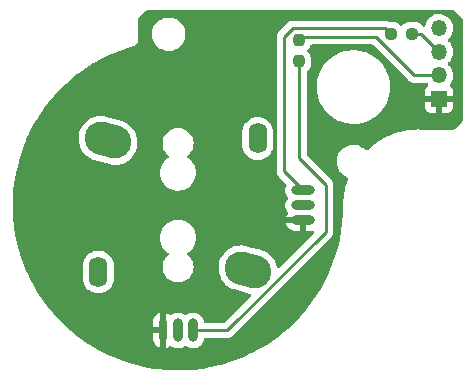
<source format=gtl>
%TF.GenerationSoftware,KiCad,Pcbnew,(6.0.1)*%
%TF.CreationDate,2022-03-21T17:48:04-07:00*%
%TF.ProjectId,CStick,43537469-636b-42e6-9b69-6361645f7063,rev?*%
%TF.SameCoordinates,Original*%
%TF.FileFunction,Copper,L1,Top*%
%TF.FilePolarity,Positive*%
%FSLAX46Y46*%
G04 Gerber Fmt 4.6, Leading zero omitted, Abs format (unit mm)*
G04 Created by KiCad (PCBNEW (6.0.1)) date 2022-03-21 17:48:04*
%MOMM*%
%LPD*%
G01*
G04 APERTURE LIST*
G04 Aperture macros list*
%AMRoundRect*
0 Rectangle with rounded corners*
0 $1 Rounding radius*
0 $2 $3 $4 $5 $6 $7 $8 $9 X,Y pos of 4 corners*
0 Add a 4 corners polygon primitive as box body*
4,1,4,$2,$3,$4,$5,$6,$7,$8,$9,$2,$3,0*
0 Add four circle primitives for the rounded corners*
1,1,$1+$1,$2,$3*
1,1,$1+$1,$4,$5*
1,1,$1+$1,$6,$7*
1,1,$1+$1,$8,$9*
0 Add four rect primitives between the rounded corners*
20,1,$1+$1,$2,$3,$4,$5,0*
20,1,$1+$1,$4,$5,$6,$7,0*
20,1,$1+$1,$6,$7,$8,$9,0*
20,1,$1+$1,$8,$9,$2,$3,0*%
%AMHorizOval*
0 Thick line with rounded ends*
0 $1 width*
0 $2 $3 position (X,Y) of the first rounded end (center of the circle)*
0 $4 $5 position (X,Y) of the second rounded end (center of the circle)*
0 Add line between two ends*
20,1,$1,$2,$3,$4,$5,0*
0 Add two circle primitives to create the rounded ends*
1,1,$1,$2,$3*
1,1,$1,$4,$5*%
G04 Aperture macros list end*
%TA.AperFunction,SMDPad,CuDef*%
%ADD10RoundRect,0.237500X-0.237500X0.250000X-0.237500X-0.250000X0.237500X-0.250000X0.237500X0.250000X0*%
%TD*%
%TA.AperFunction,SMDPad,CuDef*%
%ADD11RoundRect,0.237500X0.250000X0.237500X-0.250000X0.237500X-0.250000X-0.237500X0.250000X-0.237500X0*%
%TD*%
%TA.AperFunction,ComponentPad*%
%ADD12R,1.350000X1.350000*%
%TD*%
%TA.AperFunction,ComponentPad*%
%ADD13O,1.350000X1.350000*%
%TD*%
%TA.AperFunction,ComponentPad*%
%ADD14O,1.600000X2.600000*%
%TD*%
%TA.AperFunction,ComponentPad*%
%ADD15HorizOval,2.800000X-0.577898X0.161352X0.577898X-0.161352X0*%
%TD*%
%TA.AperFunction,ComponentPad*%
%ADD16O,0.700000X2.000000*%
%TD*%
%TA.AperFunction,ComponentPad*%
%ADD17O,0.800000X2.000000*%
%TD*%
%TA.AperFunction,ComponentPad*%
%ADD18O,2.000000X0.800000*%
%TD*%
%TA.AperFunction,Conductor*%
%ADD19C,0.250000*%
%TD*%
G04 APERTURE END LIST*
D10*
X160250000Y-86000000D03*
X160250000Y-87825000D03*
D11*
X169825000Y-85500000D03*
X168000000Y-85500000D03*
D12*
X172100000Y-91000000D03*
D13*
X172100000Y-89000000D03*
X172100000Y-87000000D03*
X172100000Y-85000000D03*
D14*
X143250000Y-105650000D03*
D15*
X144070000Y-94520000D03*
D14*
X156750000Y-94350000D03*
D15*
X155930000Y-105480000D03*
D16*
X148730000Y-110600000D03*
D17*
X150000000Y-110600000D03*
X151270000Y-110600000D03*
D18*
X160600000Y-101270000D03*
X160600000Y-100000000D03*
X160600000Y-98730000D03*
D19*
X170000000Y-89000000D02*
X166750000Y-85750000D01*
X172100000Y-89000000D02*
X170000000Y-89000000D01*
X166750000Y-85750000D02*
X160500000Y-85750000D01*
X160500000Y-85750000D02*
X160250000Y-86000000D01*
X170600000Y-85500000D02*
X169825000Y-85500000D01*
X172100000Y-87000000D02*
X170600000Y-85500000D01*
X160250000Y-96000000D02*
X162500000Y-98250000D01*
X162500000Y-98250000D02*
X162500000Y-102269911D01*
X160250000Y-87825000D02*
X160250000Y-96000000D01*
X154169911Y-110600000D02*
X151270000Y-110600000D01*
X162500000Y-102269911D02*
X154169911Y-110600000D01*
X159000000Y-97130000D02*
X160600000Y-98730000D01*
X167500000Y-85000000D02*
X159733842Y-85000000D01*
X159000000Y-85733842D02*
X159000000Y-97130000D01*
X159733842Y-85000000D02*
X159000000Y-85733842D01*
X168000000Y-85500000D02*
X167500000Y-85000000D01*
%TA.AperFunction,Conductor*%
G36*
X173405510Y-83528002D02*
G01*
X173426485Y-83544905D01*
X174055096Y-84173517D01*
X174089121Y-84235829D01*
X174092000Y-84262612D01*
X174092000Y-92837388D01*
X174071998Y-92905509D01*
X174055096Y-92926483D01*
X173426485Y-93555095D01*
X173364172Y-93589120D01*
X173337389Y-93592000D01*
X170453207Y-93592000D01*
X170432303Y-93590254D01*
X170425562Y-93589120D01*
X170412539Y-93586929D01*
X170406373Y-93586854D01*
X170404865Y-93586835D01*
X170404860Y-93586835D01*
X170400000Y-93586776D01*
X170393794Y-93587665D01*
X170380297Y-93588861D01*
X169956790Y-93603516D01*
X169741601Y-93625927D01*
X169517885Y-93649225D01*
X169517872Y-93649227D01*
X169515700Y-93649453D01*
X169513545Y-93649829D01*
X169513534Y-93649831D01*
X169080979Y-93725395D01*
X169080970Y-93725397D01*
X169078840Y-93725769D01*
X169076746Y-93726286D01*
X169076742Y-93726287D01*
X168917388Y-93765643D01*
X168648300Y-93832100D01*
X168226141Y-93967937D01*
X168224134Y-93968740D01*
X168224125Y-93968743D01*
X168002714Y-94057302D01*
X167814380Y-94132631D01*
X167414989Y-94325394D01*
X167029878Y-94545303D01*
X167028069Y-94546509D01*
X167028061Y-94546514D01*
X166662703Y-94790096D01*
X166662691Y-94790105D01*
X166660889Y-94791306D01*
X166309787Y-95062227D01*
X166308162Y-95063671D01*
X166308158Y-95063674D01*
X166046445Y-95296185D01*
X165982234Y-95326475D01*
X165911841Y-95317242D01*
X165892930Y-95306868D01*
X165670961Y-95159047D01*
X165654534Y-95146010D01*
X165643473Y-95135619D01*
X165643472Y-95135618D01*
X165639925Y-95132286D01*
X165635913Y-95129543D01*
X165635907Y-95129538D01*
X165634383Y-95128496D01*
X165629573Y-95125208D01*
X165625179Y-95123111D01*
X165625174Y-95123108D01*
X165620900Y-95121068D01*
X165613781Y-95117388D01*
X165439876Y-95020350D01*
X165439872Y-95020348D01*
X165435558Y-95017941D01*
X165430912Y-95016235D01*
X165232168Y-94943262D01*
X165232163Y-94943261D01*
X165227515Y-94941554D01*
X165222659Y-94940596D01*
X165222656Y-94940595D01*
X165014940Y-94899610D01*
X165014936Y-94899609D01*
X165010083Y-94898652D01*
X165005134Y-94898465D01*
X165005132Y-94898465D01*
X164943889Y-94896154D01*
X164788617Y-94890293D01*
X164568569Y-94916682D01*
X164355359Y-94977168D01*
X164350884Y-94979240D01*
X164350877Y-94979242D01*
X164158730Y-95068183D01*
X164158727Y-95068185D01*
X164154237Y-95070263D01*
X164150121Y-95073023D01*
X164150120Y-95073023D01*
X164036010Y-95149524D01*
X163970153Y-95193675D01*
X163807642Y-95344364D01*
X163670704Y-95518620D01*
X163562712Y-95712153D01*
X163561006Y-95716801D01*
X163561004Y-95716804D01*
X163488914Y-95913147D01*
X163486325Y-95920197D01*
X163485368Y-95925049D01*
X163485366Y-95925055D01*
X163471190Y-95996903D01*
X163443424Y-96137628D01*
X163443237Y-96142579D01*
X163443237Y-96142580D01*
X163442447Y-96163498D01*
X163435064Y-96359095D01*
X163461452Y-96579142D01*
X163521938Y-96792352D01*
X163524017Y-96796843D01*
X163524019Y-96796849D01*
X163545005Y-96842187D01*
X163615033Y-96993475D01*
X163617789Y-96997585D01*
X163617789Y-96997586D01*
X163671590Y-97077836D01*
X163738445Y-97177558D01*
X163741809Y-97181186D01*
X163859250Y-97307841D01*
X163889134Y-97340070D01*
X163944518Y-97383593D01*
X164034125Y-97454010D01*
X164042534Y-97461238D01*
X164052556Y-97470654D01*
X164056569Y-97473398D01*
X164056573Y-97473401D01*
X164058883Y-97474980D01*
X164062908Y-97477732D01*
X164067306Y-97479831D01*
X164067308Y-97479832D01*
X164088064Y-97489737D01*
X164103637Y-97498579D01*
X164331445Y-97650288D01*
X164377056Y-97704694D01*
X164386013Y-97775123D01*
X164380977Y-97795485D01*
X164273474Y-98113722D01*
X164254794Y-98169018D01*
X164138453Y-98618304D01*
X164138045Y-98620535D01*
X164138043Y-98620543D01*
X164112810Y-98758436D01*
X164054914Y-99074828D01*
X164025868Y-99341253D01*
X164016525Y-99426958D01*
X164004615Y-99536199D01*
X164003081Y-99578571D01*
X163988941Y-99969042D01*
X163988050Y-99977799D01*
X163988171Y-99977810D01*
X163987735Y-99982670D01*
X163986929Y-99987461D01*
X163986856Y-99993462D01*
X163986814Y-99993730D01*
X163986849Y-99993999D01*
X163986776Y-100000000D01*
X163987465Y-100004814D01*
X163987466Y-100004823D01*
X163989676Y-100020257D01*
X163990904Y-100041446D01*
X163972546Y-100735917D01*
X163972194Y-100742567D01*
X163914149Y-101473110D01*
X163913446Y-101479732D01*
X163816889Y-102206166D01*
X163815838Y-102212742D01*
X163681029Y-102933098D01*
X163679631Y-102939609D01*
X163506960Y-103651798D01*
X163505221Y-103658226D01*
X163295154Y-104360330D01*
X163293077Y-104366657D01*
X163222567Y-104563743D01*
X163058797Y-105021502D01*
X163046219Y-105056658D01*
X163043814Y-105062859D01*
X162790114Y-105668933D01*
X162760832Y-105738885D01*
X162758105Y-105744944D01*
X162523641Y-106231198D01*
X162439808Y-106405060D01*
X162436758Y-106410980D01*
X162084038Y-107053341D01*
X162080680Y-107059092D01*
X161694500Y-107681946D01*
X161690842Y-107687511D01*
X161272311Y-108289066D01*
X161268365Y-108294430D01*
X160818627Y-108873044D01*
X160814403Y-108878192D01*
X160334719Y-109432242D01*
X160330228Y-109437159D01*
X159821945Y-109965089D01*
X159817201Y-109969763D01*
X159281741Y-110470095D01*
X159276757Y-110474511D01*
X158715617Y-110945850D01*
X158710407Y-110949997D01*
X158125128Y-111391044D01*
X158119706Y-111394910D01*
X157511931Y-111804429D01*
X157506349Y-111807978D01*
X156877797Y-112184807D01*
X156872004Y-112188075D01*
X156224425Y-112531167D01*
X156218465Y-112534125D01*
X155553680Y-112842517D01*
X155547568Y-112845159D01*
X154867398Y-113118005D01*
X154861159Y-113120318D01*
X154167515Y-113356850D01*
X154161190Y-113358822D01*
X153637193Y-113507106D01*
X153456022Y-113558375D01*
X153449569Y-113560018D01*
X153166393Y-113624210D01*
X152734854Y-113722033D01*
X152728335Y-113723330D01*
X152116486Y-113828397D01*
X152006077Y-113847356D01*
X151999486Y-113848310D01*
X151271646Y-113934006D01*
X151265017Y-113934609D01*
X151041983Y-113948980D01*
X150533714Y-113981729D01*
X150527059Y-113981982D01*
X150175462Y-113986021D01*
X149794240Y-113990400D01*
X149787593Y-113990300D01*
X149055382Y-113959990D01*
X149048746Y-113959539D01*
X148319127Y-113890583D01*
X148312548Y-113889785D01*
X147906511Y-113829627D01*
X147587625Y-113782381D01*
X147581066Y-113781232D01*
X147018451Y-113667217D01*
X146862796Y-113635673D01*
X146856320Y-113634181D01*
X146146782Y-113450886D01*
X146140382Y-113449051D01*
X145924208Y-113380837D01*
X145441494Y-113228516D01*
X145435203Y-113226346D01*
X145146073Y-113118005D01*
X144748949Y-112969197D01*
X144742782Y-112966698D01*
X144071082Y-112673655D01*
X144065057Y-112670835D01*
X143958680Y-112617568D01*
X143926272Y-112601340D01*
X143409777Y-112342713D01*
X143403903Y-112339575D01*
X142766865Y-111977285D01*
X142761166Y-111973841D01*
X142144166Y-111578406D01*
X142138665Y-111574672D01*
X141746664Y-111293152D01*
X147872000Y-111293152D01*
X147872369Y-111299966D01*
X147886337Y-111428544D01*
X147889251Y-111441797D01*
X147944357Y-111605542D01*
X147950050Y-111617864D01*
X148039032Y-111765953D01*
X148047240Y-111776767D01*
X148165945Y-111902294D01*
X148176276Y-111911086D01*
X148319175Y-112008201D01*
X148331155Y-112014570D01*
X148459179Y-112065776D01*
X148473219Y-112067112D01*
X148476000Y-112062291D01*
X148476000Y-112051887D01*
X148984000Y-112051887D01*
X148987973Y-112065418D01*
X148996297Y-112066615D01*
X149041138Y-112054263D01*
X149053747Y-112049271D01*
X149206574Y-111968693D01*
X149217832Y-111961100D01*
X149273710Y-111913880D01*
X149338651Y-111885189D01*
X149408794Y-111896162D01*
X149429098Y-111908183D01*
X149524209Y-111977285D01*
X149543248Y-111991118D01*
X149549276Y-111993802D01*
X149549278Y-111993803D01*
X149703106Y-112062291D01*
X149717712Y-112068794D01*
X149811113Y-112088647D01*
X149898056Y-112107128D01*
X149898061Y-112107128D01*
X149904513Y-112108500D01*
X150095487Y-112108500D01*
X150101939Y-112107128D01*
X150101944Y-112107128D01*
X150188887Y-112088647D01*
X150282288Y-112068794D01*
X150296894Y-112062291D01*
X150450722Y-111993803D01*
X150450724Y-111993802D01*
X150456752Y-111991118D01*
X150475792Y-111977285D01*
X150538312Y-111931861D01*
X150560940Y-111915421D01*
X150627806Y-111891563D01*
X150696958Y-111907643D01*
X150709056Y-111915418D01*
X150731688Y-111931861D01*
X150794209Y-111977285D01*
X150813248Y-111991118D01*
X150819276Y-111993802D01*
X150819278Y-111993803D01*
X150973106Y-112062291D01*
X150987712Y-112068794D01*
X151081113Y-112088647D01*
X151168056Y-112107128D01*
X151168061Y-112107128D01*
X151174513Y-112108500D01*
X151365487Y-112108500D01*
X151371939Y-112107128D01*
X151371944Y-112107128D01*
X151458887Y-112088647D01*
X151552288Y-112068794D01*
X151566894Y-112062291D01*
X151720722Y-111993803D01*
X151720724Y-111993802D01*
X151726752Y-111991118D01*
X151745792Y-111977285D01*
X151808312Y-111931861D01*
X151881253Y-111878866D01*
X151905000Y-111852492D01*
X152004621Y-111741852D01*
X152004622Y-111741851D01*
X152009040Y-111736944D01*
X152104527Y-111571556D01*
X152163542Y-111389928D01*
X152168124Y-111346329D01*
X152195137Y-111280673D01*
X152253358Y-111240043D01*
X152293434Y-111233500D01*
X154091144Y-111233500D01*
X154102327Y-111234027D01*
X154109820Y-111235702D01*
X154117746Y-111235453D01*
X154117747Y-111235453D01*
X154177897Y-111233562D01*
X154181856Y-111233500D01*
X154209767Y-111233500D01*
X154213702Y-111233003D01*
X154213767Y-111232995D01*
X154225604Y-111232062D01*
X154257862Y-111231048D01*
X154261881Y-111230922D01*
X154269800Y-111230673D01*
X154289254Y-111225021D01*
X154308611Y-111221013D01*
X154320841Y-111219468D01*
X154320842Y-111219468D01*
X154328708Y-111218474D01*
X154336079Y-111215555D01*
X154336081Y-111215555D01*
X154369823Y-111202196D01*
X154381053Y-111198351D01*
X154415894Y-111188229D01*
X154415895Y-111188229D01*
X154423504Y-111186018D01*
X154430323Y-111181985D01*
X154430328Y-111181983D01*
X154440939Y-111175707D01*
X154458687Y-111167012D01*
X154477528Y-111159552D01*
X154497218Y-111145247D01*
X154513298Y-111133564D01*
X154523218Y-111127048D01*
X154554446Y-111108580D01*
X154554449Y-111108578D01*
X154561273Y-111104542D01*
X154575594Y-111090221D01*
X154590628Y-111077380D01*
X154600605Y-111070131D01*
X154607018Y-111065472D01*
X154635209Y-111031395D01*
X154643199Y-111022616D01*
X162892253Y-102773563D01*
X162900539Y-102766023D01*
X162907018Y-102761911D01*
X162953644Y-102712259D01*
X162956398Y-102709418D01*
X162976135Y-102689681D01*
X162978615Y-102686484D01*
X162986320Y-102677462D01*
X163011159Y-102651011D01*
X163016586Y-102645232D01*
X163020405Y-102638286D01*
X163020407Y-102638283D01*
X163026348Y-102627477D01*
X163037199Y-102610958D01*
X163044758Y-102601212D01*
X163049614Y-102594952D01*
X163052759Y-102587683D01*
X163052762Y-102587679D01*
X163067174Y-102554374D01*
X163072391Y-102543724D01*
X163093695Y-102504971D01*
X163098733Y-102485348D01*
X163105137Y-102466645D01*
X163110033Y-102455331D01*
X163110033Y-102455330D01*
X163113181Y-102448056D01*
X163114420Y-102440233D01*
X163114423Y-102440223D01*
X163120099Y-102404387D01*
X163122505Y-102392767D01*
X163131528Y-102357622D01*
X163131528Y-102357621D01*
X163133500Y-102349941D01*
X163133500Y-102329687D01*
X163135051Y-102309976D01*
X163136980Y-102297797D01*
X163138220Y-102289968D01*
X163134059Y-102245949D01*
X163133500Y-102234092D01*
X163133500Y-98328768D01*
X163134027Y-98317585D01*
X163135702Y-98310092D01*
X163133742Y-98247713D01*
X163133562Y-98242002D01*
X163133500Y-98238044D01*
X163133500Y-98210144D01*
X163132996Y-98206153D01*
X163132063Y-98194311D01*
X163131338Y-98171220D01*
X163130674Y-98150111D01*
X163125021Y-98130652D01*
X163121012Y-98111293D01*
X163120240Y-98105184D01*
X163118474Y-98091203D01*
X163115558Y-98083837D01*
X163115556Y-98083831D01*
X163102200Y-98050098D01*
X163098355Y-98038868D01*
X163088230Y-98004017D01*
X163088230Y-98004016D01*
X163086019Y-97996407D01*
X163075705Y-97978966D01*
X163067008Y-97961213D01*
X163062472Y-97949758D01*
X163059552Y-97942383D01*
X163033563Y-97906612D01*
X163027047Y-97896692D01*
X163008578Y-97865463D01*
X163004542Y-97858638D01*
X162990221Y-97844317D01*
X162977380Y-97829283D01*
X162970131Y-97819306D01*
X162965472Y-97812893D01*
X162931395Y-97784702D01*
X162922616Y-97776712D01*
X160920405Y-95774500D01*
X160886379Y-95712188D01*
X160883500Y-95685405D01*
X160883500Y-90054339D01*
X161736896Y-90054339D01*
X161763059Y-90406403D01*
X161828909Y-90753243D01*
X161829967Y-90756652D01*
X161829969Y-90756658D01*
X161845798Y-90807635D01*
X161933598Y-91090398D01*
X161935039Y-91093672D01*
X161935039Y-91093673D01*
X162060058Y-91377799D01*
X162075782Y-91413535D01*
X162253631Y-91718499D01*
X162255767Y-91721359D01*
X162255768Y-91721361D01*
X162259595Y-91726486D01*
X162464861Y-92001369D01*
X162467305Y-92003967D01*
X162467310Y-92003973D01*
X162492475Y-92030724D01*
X162706754Y-92258510D01*
X162709483Y-92260820D01*
X162945419Y-92460554D01*
X162976202Y-92486614D01*
X162979166Y-92488594D01*
X162979168Y-92488596D01*
X163201644Y-92637250D01*
X163269740Y-92682750D01*
X163272914Y-92684385D01*
X163272923Y-92684390D01*
X163580411Y-92842756D01*
X163580416Y-92842758D01*
X163583594Y-92844395D01*
X163586935Y-92845661D01*
X163586940Y-92845663D01*
X163702855Y-92889579D01*
X163913729Y-92969472D01*
X163917193Y-92970352D01*
X163917197Y-92970353D01*
X164252434Y-93055493D01*
X164252443Y-93055495D01*
X164255901Y-93056373D01*
X164427819Y-93079770D01*
X164602718Y-93103573D01*
X164602725Y-93103574D01*
X164605711Y-93103980D01*
X164720754Y-93108500D01*
X164939424Y-93108500D01*
X165081776Y-93100416D01*
X165198899Y-93093766D01*
X165198906Y-93093765D01*
X165202467Y-93093563D01*
X165550403Y-93033777D01*
X165553835Y-93032777D01*
X165553838Y-93032776D01*
X165885887Y-92935993D01*
X165885892Y-92935991D01*
X165889334Y-92934988D01*
X166214903Y-92798465D01*
X166498686Y-92639539D01*
X166519798Y-92627716D01*
X166519803Y-92627713D01*
X166522924Y-92625965D01*
X166525829Y-92623874D01*
X166525838Y-92623868D01*
X166806529Y-92421799D01*
X166809438Y-92419705D01*
X166861600Y-92372325D01*
X167068120Y-92184735D01*
X167068121Y-92184734D01*
X167070761Y-92182336D01*
X167303533Y-91916910D01*
X167440364Y-91719669D01*
X170917001Y-91719669D01*
X170917371Y-91726490D01*
X170922895Y-91777352D01*
X170926521Y-91792604D01*
X170971676Y-91913054D01*
X170980214Y-91928649D01*
X171056715Y-92030724D01*
X171069276Y-92043285D01*
X171171351Y-92119786D01*
X171186946Y-92128324D01*
X171307394Y-92173478D01*
X171322649Y-92177105D01*
X171373514Y-92182631D01*
X171380328Y-92183000D01*
X171827885Y-92183000D01*
X171843124Y-92178525D01*
X171844329Y-92177135D01*
X171846000Y-92169452D01*
X171846000Y-92164884D01*
X172354000Y-92164884D01*
X172358475Y-92180123D01*
X172359865Y-92181328D01*
X172367548Y-92182999D01*
X172819669Y-92182999D01*
X172826490Y-92182629D01*
X172877352Y-92177105D01*
X172892604Y-92173479D01*
X173013054Y-92128324D01*
X173028649Y-92119786D01*
X173130724Y-92043285D01*
X173143285Y-92030724D01*
X173219786Y-91928649D01*
X173228324Y-91913054D01*
X173273478Y-91792606D01*
X173277105Y-91777351D01*
X173282631Y-91726486D01*
X173283000Y-91719672D01*
X173283000Y-91272115D01*
X173278525Y-91256876D01*
X173277135Y-91255671D01*
X173269452Y-91254000D01*
X172372115Y-91254000D01*
X172356876Y-91258475D01*
X172355671Y-91259865D01*
X172354000Y-91267548D01*
X172354000Y-92164884D01*
X171846000Y-92164884D01*
X171846000Y-91272115D01*
X171841525Y-91256876D01*
X171840135Y-91255671D01*
X171832452Y-91254000D01*
X170935116Y-91254000D01*
X170919877Y-91258475D01*
X170918672Y-91259865D01*
X170917001Y-91267548D01*
X170917001Y-91719669D01*
X167440364Y-91719669D01*
X167504762Y-91626840D01*
X167671860Y-91315855D01*
X167802680Y-90987953D01*
X167895539Y-90647349D01*
X167932624Y-90406403D01*
X167948702Y-90301946D01*
X167948702Y-90301942D01*
X167949244Y-90298423D01*
X167957553Y-90086946D01*
X167962964Y-89949231D01*
X167962964Y-89949226D01*
X167963104Y-89945661D01*
X167942858Y-89673213D01*
X167937206Y-89597159D01*
X167937205Y-89597154D01*
X167936941Y-89593597D01*
X167871091Y-89246757D01*
X167766402Y-88909602D01*
X167717557Y-88798594D01*
X167625662Y-88589746D01*
X167625660Y-88589741D01*
X167624218Y-88586465D01*
X167446369Y-88281501D01*
X167235139Y-87998631D01*
X167232695Y-87996033D01*
X167232690Y-87996027D01*
X167062646Y-87815265D01*
X166993246Y-87741490D01*
X166819360Y-87594285D01*
X166726520Y-87515690D01*
X166726516Y-87515687D01*
X166723798Y-87513386D01*
X166599296Y-87430196D01*
X166433237Y-87319239D01*
X166433235Y-87319238D01*
X166430260Y-87317250D01*
X166427086Y-87315615D01*
X166427077Y-87315610D01*
X166119589Y-87157244D01*
X166119584Y-87157242D01*
X166116406Y-87155605D01*
X166113065Y-87154339D01*
X166113060Y-87154337D01*
X165879578Y-87065879D01*
X165786271Y-87030528D01*
X165782807Y-87029648D01*
X165782803Y-87029647D01*
X165447566Y-86944507D01*
X165447557Y-86944505D01*
X165444099Y-86943627D01*
X165261923Y-86918834D01*
X165097282Y-86896427D01*
X165097275Y-86896426D01*
X165094289Y-86896020D01*
X164979246Y-86891500D01*
X164760576Y-86891500D01*
X164618224Y-86899584D01*
X164501101Y-86906234D01*
X164501094Y-86906235D01*
X164497533Y-86906437D01*
X164149597Y-86966223D01*
X164146165Y-86967223D01*
X164146162Y-86967224D01*
X163814113Y-87064007D01*
X163814108Y-87064009D01*
X163810666Y-87065012D01*
X163485097Y-87201535D01*
X163339747Y-87282935D01*
X163180202Y-87372284D01*
X163180197Y-87372287D01*
X163177076Y-87374035D01*
X163174171Y-87376126D01*
X163174162Y-87376132D01*
X162945130Y-87541012D01*
X162890562Y-87580295D01*
X162887917Y-87582698D01*
X162887914Y-87582700D01*
X162715643Y-87739180D01*
X162629239Y-87817664D01*
X162396467Y-88083090D01*
X162195238Y-88373160D01*
X162028140Y-88684145D01*
X161897320Y-89012047D01*
X161804461Y-89352651D01*
X161803919Y-89356173D01*
X161753034Y-89686779D01*
X161750756Y-89701577D01*
X161750616Y-89705141D01*
X161740732Y-89956715D01*
X161736896Y-90054339D01*
X160883500Y-90054339D01*
X160883500Y-88777464D01*
X160903502Y-88709343D01*
X160943196Y-88670321D01*
X160954031Y-88663616D01*
X160959204Y-88658434D01*
X161071758Y-88545684D01*
X161071762Y-88545679D01*
X161076929Y-88540503D01*
X161168209Y-88392420D01*
X161222974Y-88227309D01*
X161225292Y-88204691D01*
X161233172Y-88127771D01*
X161233500Y-88124572D01*
X161233500Y-87525428D01*
X161222707Y-87421407D01*
X161206903Y-87374035D01*
X161176232Y-87282105D01*
X161167654Y-87256393D01*
X161076116Y-87108469D01*
X161070934Y-87103296D01*
X160969214Y-87001753D01*
X160935135Y-86939470D01*
X160940138Y-86868650D01*
X160969059Y-86823563D01*
X161071754Y-86720688D01*
X161071758Y-86720683D01*
X161076929Y-86715503D01*
X161091035Y-86692619D01*
X161164369Y-86573650D01*
X161164370Y-86573648D01*
X161168209Y-86567420D01*
X161200577Y-86469832D01*
X161241007Y-86411473D01*
X161306572Y-86384236D01*
X161320170Y-86383500D01*
X166435406Y-86383500D01*
X166503527Y-86403502D01*
X166524501Y-86420405D01*
X168015836Y-87911741D01*
X169496348Y-89392253D01*
X169503888Y-89400539D01*
X169508000Y-89407018D01*
X169513777Y-89412443D01*
X169557651Y-89453643D01*
X169560493Y-89456398D01*
X169580230Y-89476135D01*
X169583427Y-89478615D01*
X169592447Y-89486318D01*
X169624679Y-89516586D01*
X169631625Y-89520405D01*
X169631628Y-89520407D01*
X169642434Y-89526348D01*
X169658953Y-89537199D01*
X169674959Y-89549614D01*
X169682228Y-89552759D01*
X169682232Y-89552762D01*
X169715537Y-89567174D01*
X169726187Y-89572391D01*
X169764940Y-89593695D01*
X169772615Y-89595666D01*
X169772616Y-89595666D01*
X169784562Y-89598733D01*
X169803267Y-89605137D01*
X169821855Y-89613181D01*
X169829678Y-89614420D01*
X169829688Y-89614423D01*
X169865524Y-89620099D01*
X169877144Y-89622505D01*
X169912289Y-89631528D01*
X169919970Y-89633500D01*
X169940224Y-89633500D01*
X169959934Y-89635051D01*
X169979943Y-89638220D01*
X169987835Y-89637474D01*
X170023961Y-89634059D01*
X170035819Y-89633500D01*
X171033139Y-89633500D01*
X171101260Y-89653502D01*
X171136035Y-89686779D01*
X171166916Y-89730474D01*
X171189898Y-89797648D01*
X171172914Y-89866583D01*
X171139585Y-89904021D01*
X171069277Y-89956714D01*
X171056715Y-89969276D01*
X170980214Y-90071351D01*
X170971676Y-90086946D01*
X170926522Y-90207394D01*
X170922895Y-90222649D01*
X170917369Y-90273514D01*
X170917000Y-90280328D01*
X170917000Y-90727885D01*
X170921475Y-90743124D01*
X170922865Y-90744329D01*
X170930548Y-90746000D01*
X173264884Y-90746000D01*
X173280123Y-90741525D01*
X173281328Y-90740135D01*
X173282999Y-90732452D01*
X173282999Y-90280331D01*
X173282629Y-90273510D01*
X173277105Y-90222648D01*
X173273479Y-90207396D01*
X173228324Y-90086946D01*
X173219786Y-90071351D01*
X173143285Y-89969276D01*
X173130724Y-89956715D01*
X173060002Y-89903712D01*
X173017487Y-89846853D01*
X173012461Y-89776035D01*
X173038693Y-89722317D01*
X173075834Y-89677659D01*
X173079532Y-89673213D01*
X173185813Y-89483435D01*
X173187669Y-89477968D01*
X173187671Y-89477963D01*
X173253874Y-89282935D01*
X173253875Y-89282930D01*
X173255730Y-89277466D01*
X173286941Y-89062205D01*
X173288570Y-89000000D01*
X173268667Y-88783400D01*
X173209626Y-88574055D01*
X173113423Y-88378974D01*
X173109082Y-88373160D01*
X172986733Y-88209315D01*
X172986732Y-88209314D01*
X172983280Y-88204691D01*
X172861078Y-88091729D01*
X172824633Y-88030800D01*
X172826914Y-87959840D01*
X172866038Y-87902330D01*
X172936008Y-87844137D01*
X172940446Y-87840446D01*
X173079532Y-87673213D01*
X173185813Y-87483435D01*
X173187669Y-87477968D01*
X173187671Y-87477963D01*
X173253874Y-87282935D01*
X173253875Y-87282930D01*
X173255730Y-87277466D01*
X173286941Y-87062205D01*
X173288570Y-87000000D01*
X173268667Y-86783400D01*
X173262730Y-86762347D01*
X173224102Y-86625383D01*
X173209626Y-86574055D01*
X173132884Y-86418438D01*
X173115978Y-86384155D01*
X173113423Y-86378974D01*
X173077428Y-86330770D01*
X172986733Y-86209315D01*
X172986732Y-86209314D01*
X172983280Y-86204691D01*
X172970101Y-86192508D01*
X172861078Y-86091729D01*
X172824633Y-86030800D01*
X172826914Y-85959840D01*
X172866038Y-85902330D01*
X172936008Y-85844137D01*
X172940446Y-85840446D01*
X173079532Y-85673213D01*
X173166229Y-85518404D01*
X173182989Y-85488478D01*
X173182990Y-85488476D01*
X173185813Y-85483435D01*
X173187669Y-85477968D01*
X173187671Y-85477963D01*
X173253874Y-85282935D01*
X173253875Y-85282930D01*
X173255730Y-85277466D01*
X173286941Y-85062205D01*
X173288570Y-85000000D01*
X173268667Y-84783400D01*
X173209626Y-84574055D01*
X173116679Y-84385577D01*
X173115978Y-84384155D01*
X173113423Y-84378974D01*
X173105043Y-84367751D01*
X172986733Y-84209315D01*
X172986732Y-84209314D01*
X172983280Y-84204691D01*
X172935167Y-84160216D01*
X172827796Y-84060963D01*
X172827793Y-84060961D01*
X172823556Y-84057044D01*
X172639599Y-83940976D01*
X172437572Y-83860376D01*
X172224239Y-83817941D01*
X172218464Y-83817865D01*
X172218460Y-83817865D01*
X172109419Y-83816438D01*
X172006746Y-83815094D01*
X172001049Y-83816073D01*
X172001048Y-83816073D01*
X171798065Y-83850952D01*
X171798062Y-83850953D01*
X171792375Y-83851930D01*
X171588307Y-83927214D01*
X171498579Y-83980597D01*
X171407293Y-84034907D01*
X171401376Y-84038427D01*
X171237842Y-84181842D01*
X171234270Y-84186373D01*
X171152701Y-84289843D01*
X171103181Y-84352658D01*
X171100493Y-84357767D01*
X171095931Y-84366438D01*
X171001905Y-84545154D01*
X171000192Y-84550671D01*
X170957523Y-84688087D01*
X170937403Y-84752882D01*
X170936724Y-84758618D01*
X170936722Y-84758628D01*
X170934142Y-84780424D01*
X170906271Y-84845721D01*
X170847522Y-84885584D01*
X170778181Y-84886549D01*
X170778138Y-84886818D01*
X170777363Y-84886695D01*
X170776580Y-84886571D01*
X170776579Y-84886571D01*
X170770319Y-84885579D01*
X170762704Y-84883367D01*
X170763078Y-84882078D01*
X170706382Y-84855196D01*
X170683111Y-84827473D01*
X170663616Y-84795969D01*
X170648562Y-84780941D01*
X170545684Y-84678242D01*
X170545679Y-84678238D01*
X170540503Y-84673071D01*
X170392420Y-84581791D01*
X170227309Y-84527026D01*
X170220473Y-84526326D01*
X170220470Y-84526325D01*
X170168974Y-84521049D01*
X170124572Y-84516500D01*
X169525428Y-84516500D01*
X169522182Y-84516837D01*
X169522178Y-84516837D01*
X169428265Y-84526581D01*
X169428261Y-84526582D01*
X169421407Y-84527293D01*
X169414871Y-84529474D01*
X169414869Y-84529474D01*
X169283906Y-84573167D01*
X169256393Y-84582346D01*
X169108469Y-84673884D01*
X169103296Y-84679066D01*
X169001753Y-84780786D01*
X168939470Y-84814865D01*
X168868650Y-84809862D01*
X168823563Y-84780941D01*
X168720688Y-84678246D01*
X168720683Y-84678242D01*
X168715503Y-84673071D01*
X168567420Y-84581791D01*
X168402309Y-84527026D01*
X168395473Y-84526326D01*
X168395470Y-84526325D01*
X168343974Y-84521049D01*
X168299572Y-84516500D01*
X167960110Y-84516500D01*
X167891989Y-84496498D01*
X167886048Y-84492435D01*
X167881096Y-84488837D01*
X167875321Y-84483414D01*
X167868381Y-84479598D01*
X167868376Y-84479595D01*
X167857566Y-84473652D01*
X167841047Y-84462801D01*
X167840583Y-84462441D01*
X167825041Y-84450386D01*
X167817772Y-84447241D01*
X167817768Y-84447238D01*
X167784463Y-84432826D01*
X167773813Y-84427609D01*
X167735060Y-84406305D01*
X167715437Y-84401267D01*
X167696734Y-84394863D01*
X167685420Y-84389967D01*
X167685419Y-84389967D01*
X167678145Y-84386819D01*
X167670322Y-84385580D01*
X167670312Y-84385577D01*
X167634476Y-84379901D01*
X167622856Y-84377495D01*
X167587711Y-84368472D01*
X167587710Y-84368472D01*
X167580030Y-84366500D01*
X167559776Y-84366500D01*
X167540065Y-84364949D01*
X167530330Y-84363407D01*
X167520057Y-84361780D01*
X167490786Y-84364547D01*
X167476039Y-84365941D01*
X167464181Y-84366500D01*
X159812609Y-84366500D01*
X159801426Y-84365973D01*
X159793933Y-84364298D01*
X159786007Y-84364547D01*
X159786006Y-84364547D01*
X159725856Y-84366438D01*
X159721897Y-84366500D01*
X159693986Y-84366500D01*
X159690052Y-84366997D01*
X159690051Y-84366997D01*
X159689986Y-84367005D01*
X159678149Y-84367938D01*
X159646332Y-84368938D01*
X159641871Y-84369078D01*
X159633952Y-84369327D01*
X159616672Y-84374347D01*
X159614500Y-84374978D01*
X159595148Y-84378986D01*
X159588077Y-84379880D01*
X159575045Y-84381526D01*
X159567676Y-84384443D01*
X159567674Y-84384444D01*
X159533939Y-84397800D01*
X159522711Y-84401645D01*
X159480249Y-84413982D01*
X159473427Y-84418016D01*
X159473421Y-84418019D01*
X159462810Y-84424294D01*
X159445060Y-84432990D01*
X159433598Y-84437528D01*
X159433593Y-84437531D01*
X159426225Y-84440448D01*
X159408812Y-84453099D01*
X159390467Y-84466427D01*
X159380549Y-84472943D01*
X159369302Y-84479595D01*
X159342479Y-84495458D01*
X159328155Y-84509782D01*
X159313123Y-84522621D01*
X159296735Y-84534528D01*
X159268554Y-84568593D01*
X159260564Y-84577373D01*
X158607747Y-85230190D01*
X158599461Y-85237730D01*
X158592982Y-85241842D01*
X158587557Y-85247619D01*
X158546357Y-85291493D01*
X158543602Y-85294335D01*
X158523865Y-85314072D01*
X158521385Y-85317269D01*
X158513682Y-85326289D01*
X158483414Y-85358521D01*
X158479595Y-85365467D01*
X158479593Y-85365470D01*
X158473652Y-85376276D01*
X158462801Y-85392795D01*
X158450386Y-85408801D01*
X158447241Y-85416070D01*
X158447238Y-85416074D01*
X158432826Y-85449379D01*
X158427609Y-85460029D01*
X158406305Y-85498782D01*
X158404334Y-85506457D01*
X158404334Y-85506458D01*
X158401267Y-85518404D01*
X158394863Y-85537108D01*
X158386819Y-85555697D01*
X158385580Y-85563520D01*
X158385577Y-85563530D01*
X158379901Y-85599366D01*
X158377495Y-85610986D01*
X158366500Y-85653812D01*
X158366500Y-85674066D01*
X158364949Y-85693776D01*
X158361780Y-85713785D01*
X158362526Y-85721677D01*
X158365941Y-85757803D01*
X158366500Y-85769661D01*
X158366500Y-97051233D01*
X158365973Y-97062416D01*
X158364298Y-97069909D01*
X158364547Y-97077835D01*
X158364547Y-97077836D01*
X158366438Y-97137986D01*
X158366500Y-97141945D01*
X158366500Y-97169856D01*
X158366997Y-97173790D01*
X158366997Y-97173791D01*
X158367005Y-97173856D01*
X158367938Y-97185693D01*
X158369327Y-97229889D01*
X158374978Y-97249339D01*
X158378987Y-97268700D01*
X158381526Y-97288797D01*
X158384445Y-97296168D01*
X158384445Y-97296170D01*
X158397804Y-97329912D01*
X158401649Y-97341142D01*
X158411598Y-97375387D01*
X158413982Y-97383593D01*
X158418015Y-97390412D01*
X158418017Y-97390417D01*
X158424293Y-97401028D01*
X158432988Y-97418776D01*
X158440448Y-97437617D01*
X158445110Y-97444033D01*
X158445110Y-97444034D01*
X158466436Y-97473387D01*
X158472952Y-97483307D01*
X158495458Y-97521362D01*
X158509779Y-97535683D01*
X158522619Y-97550716D01*
X158534528Y-97567107D01*
X158540634Y-97572158D01*
X158568605Y-97595298D01*
X158577384Y-97603288D01*
X159159497Y-98185401D01*
X159193523Y-98247713D01*
X159188458Y-98318528D01*
X159185510Y-98325743D01*
X159131206Y-98447712D01*
X159127632Y-98464528D01*
X159095414Y-98616100D01*
X159091500Y-98634513D01*
X159091500Y-98825487D01*
X159092872Y-98831939D01*
X159092872Y-98831944D01*
X159096051Y-98846900D01*
X159131206Y-99012288D01*
X159133891Y-99018318D01*
X159133891Y-99018319D01*
X159160057Y-99077088D01*
X159208882Y-99186752D01*
X159212762Y-99192093D01*
X159212763Y-99192094D01*
X159284579Y-99290939D01*
X159308437Y-99357806D01*
X159292357Y-99426958D01*
X159284582Y-99439056D01*
X159208882Y-99543248D01*
X159206198Y-99549276D01*
X159206197Y-99549278D01*
X159156541Y-99660808D01*
X159131206Y-99717712D01*
X159091500Y-99904513D01*
X159091500Y-100095487D01*
X159131206Y-100282288D01*
X159208882Y-100456752D01*
X159212762Y-100462093D01*
X159212763Y-100462094D01*
X159284887Y-100561363D01*
X159308745Y-100628230D01*
X159292665Y-100697382D01*
X159284887Y-100709485D01*
X159213198Y-100808157D01*
X159206632Y-100819529D01*
X159134367Y-100981839D01*
X159130310Y-100994325D01*
X159129470Y-100998278D01*
X159130543Y-101012341D01*
X159140497Y-101016000D01*
X160728000Y-101016000D01*
X160796121Y-101036002D01*
X160842614Y-101089658D01*
X160854000Y-101142000D01*
X160854000Y-102159885D01*
X160858475Y-102175124D01*
X160859865Y-102176329D01*
X160867548Y-102178000D01*
X161244302Y-102178000D01*
X161250862Y-102177656D01*
X161389824Y-102163051D01*
X161389974Y-102164482D01*
X161453261Y-102169315D01*
X161509891Y-102212135D01*
X161534381Y-102278774D01*
X161518955Y-102348075D01*
X161497755Y-102376252D01*
X160037504Y-103836502D01*
X158584756Y-105289250D01*
X158522444Y-105323276D01*
X158451628Y-105318211D01*
X158394793Y-105275664D01*
X158373813Y-105232235D01*
X158319493Y-105025912D01*
X158318332Y-105021502D01*
X158275956Y-104921913D01*
X158211679Y-104770853D01*
X158211677Y-104770849D01*
X158209889Y-104766647D01*
X158098167Y-104583258D01*
X158068163Y-104534006D01*
X158068162Y-104534004D01*
X158065793Y-104530116D01*
X157889062Y-104316864D01*
X157876685Y-104305700D01*
X157686791Y-104134418D01*
X157686788Y-104134416D01*
X157683397Y-104131357D01*
X157453108Y-103977482D01*
X157243566Y-103877760D01*
X157206494Y-103860117D01*
X157206491Y-103860116D01*
X157203018Y-103858463D01*
X157119896Y-103830732D01*
X157118392Y-103830312D01*
X157118382Y-103830309D01*
X155941501Y-103501718D01*
X155797571Y-103461532D01*
X155595253Y-103420554D01*
X155590701Y-103420303D01*
X155590697Y-103420303D01*
X155393905Y-103409473D01*
X155318705Y-103405334D01*
X155314157Y-103405744D01*
X155314152Y-103405744D01*
X155161538Y-103419499D01*
X155042856Y-103430196D01*
X154916889Y-103460322D01*
X154780443Y-103492954D01*
X154773485Y-103494618D01*
X154516236Y-103597250D01*
X154276496Y-103735943D01*
X154059290Y-103907791D01*
X153869165Y-104109194D01*
X153866545Y-104112929D01*
X153866544Y-104112930D01*
X153725627Y-104313807D01*
X153710105Y-104335933D01*
X153585443Y-104583258D01*
X153497789Y-104845990D01*
X153448980Y-105118622D01*
X153448833Y-105123182D01*
X153448832Y-105123189D01*
X153441244Y-105358109D01*
X153440038Y-105395444D01*
X153471152Y-105670659D01*
X153541668Y-105938498D01*
X153543454Y-105942696D01*
X153543455Y-105942698D01*
X153598984Y-106073197D01*
X153650111Y-106193353D01*
X153675091Y-106234357D01*
X153782691Y-106410980D01*
X153794207Y-106429884D01*
X153797111Y-106433388D01*
X153797113Y-106433391D01*
X153968026Y-106639624D01*
X153968031Y-106639629D01*
X153970938Y-106643137D01*
X153974326Y-106646193D01*
X153974327Y-106646194D01*
X154157328Y-106811257D01*
X154176603Y-106828643D01*
X154406892Y-106982518D01*
X154431649Y-106994300D01*
X154653511Y-107099885D01*
X154653516Y-107099887D01*
X154656983Y-107101537D01*
X154660623Y-107102751D01*
X154660627Y-107102753D01*
X154686404Y-107111353D01*
X154740104Y-107129268D01*
X154741629Y-107129694D01*
X154741633Y-107129695D01*
X155295602Y-107284366D01*
X156062429Y-107498468D01*
X156092734Y-107504606D01*
X156155527Y-107537734D01*
X156190443Y-107599552D01*
X156186394Y-107670433D01*
X156156814Y-107717193D01*
X153944411Y-109929595D01*
X153882099Y-109963621D01*
X153855316Y-109966500D01*
X152293434Y-109966500D01*
X152225313Y-109946498D01*
X152178820Y-109892842D01*
X152168124Y-109853670D01*
X152164232Y-109816635D01*
X152164232Y-109816633D01*
X152163542Y-109810072D01*
X152104527Y-109628444D01*
X152009040Y-109463056D01*
X151983560Y-109434757D01*
X151885675Y-109326045D01*
X151885674Y-109326044D01*
X151881253Y-109321134D01*
X151777326Y-109245626D01*
X151732094Y-109212763D01*
X151732093Y-109212762D01*
X151726752Y-109208882D01*
X151720724Y-109206198D01*
X151720722Y-109206197D01*
X151558319Y-109133891D01*
X151558318Y-109133891D01*
X151552288Y-109131206D01*
X151458888Y-109111353D01*
X151371944Y-109092872D01*
X151371939Y-109092872D01*
X151365487Y-109091500D01*
X151174513Y-109091500D01*
X151168061Y-109092872D01*
X151168056Y-109092872D01*
X151081112Y-109111353D01*
X150987712Y-109131206D01*
X150981682Y-109133891D01*
X150981681Y-109133891D01*
X150819278Y-109206197D01*
X150819276Y-109206198D01*
X150813248Y-109208882D01*
X150709060Y-109284579D01*
X150642194Y-109308437D01*
X150573042Y-109292357D01*
X150560944Y-109284582D01*
X150456752Y-109208882D01*
X150450724Y-109206198D01*
X150450722Y-109206197D01*
X150288319Y-109133891D01*
X150288318Y-109133891D01*
X150282288Y-109131206D01*
X150188888Y-109111353D01*
X150101944Y-109092872D01*
X150101939Y-109092872D01*
X150095487Y-109091500D01*
X149904513Y-109091500D01*
X149898061Y-109092872D01*
X149898056Y-109092872D01*
X149811112Y-109111353D01*
X149717712Y-109131206D01*
X149711682Y-109133891D01*
X149711681Y-109133891D01*
X149549278Y-109206197D01*
X149549276Y-109206198D01*
X149543248Y-109208882D01*
X149537907Y-109212762D01*
X149537906Y-109212763D01*
X149492674Y-109245626D01*
X149439061Y-109284579D01*
X149432545Y-109289313D01*
X149365678Y-109313171D01*
X149296526Y-109297091D01*
X149287661Y-109291589D01*
X149140825Y-109191799D01*
X149128845Y-109185430D01*
X149000821Y-109134224D01*
X148986781Y-109132888D01*
X148984000Y-109137709D01*
X148984000Y-112051887D01*
X148476000Y-112051887D01*
X148476000Y-110872115D01*
X148471525Y-110856876D01*
X148470135Y-110855671D01*
X148462452Y-110854000D01*
X147890115Y-110854000D01*
X147874876Y-110858475D01*
X147873671Y-110859865D01*
X147872000Y-110867548D01*
X147872000Y-111293152D01*
X141746664Y-111293152D01*
X141543420Y-111147190D01*
X141538133Y-111143178D01*
X140966280Y-110684827D01*
X140961196Y-110680526D01*
X140565976Y-110327885D01*
X147872000Y-110327885D01*
X147876475Y-110343124D01*
X147877865Y-110344329D01*
X147885548Y-110346000D01*
X148457885Y-110346000D01*
X148473124Y-110341525D01*
X148474329Y-110340135D01*
X148476000Y-110332452D01*
X148476000Y-109148113D01*
X148472027Y-109134582D01*
X148463703Y-109133385D01*
X148418862Y-109145737D01*
X148406253Y-109150729D01*
X148253426Y-109231307D01*
X148242167Y-109238901D01*
X148110210Y-109350413D01*
X148100852Y-109360239D01*
X147995916Y-109497489D01*
X147988885Y-109509098D01*
X147915866Y-109665689D01*
X147911499Y-109678517D01*
X147873447Y-109848753D01*
X147872074Y-109858652D01*
X147872000Y-109861296D01*
X147872000Y-110327885D01*
X140565976Y-110327885D01*
X140414381Y-110192622D01*
X140409531Y-110188058D01*
X139889265Y-109671952D01*
X139884663Y-109667139D01*
X139392395Y-109124270D01*
X139388053Y-109119221D01*
X138925128Y-108551072D01*
X138921060Y-108545800D01*
X138488823Y-107954018D01*
X138485039Y-107948538D01*
X138084655Y-107334722D01*
X138081165Y-107329050D01*
X137713784Y-106694961D01*
X137710599Y-106689113D01*
X137464392Y-106207127D01*
X141941500Y-106207127D01*
X141956457Y-106378087D01*
X142015716Y-106599243D01*
X142018039Y-106604224D01*
X142018039Y-106604225D01*
X142110151Y-106801762D01*
X142110154Y-106801767D01*
X142112477Y-106806749D01*
X142243802Y-106994300D01*
X142405700Y-107156198D01*
X142410208Y-107159355D01*
X142410211Y-107159357D01*
X142488389Y-107214098D01*
X142593251Y-107287523D01*
X142598233Y-107289846D01*
X142598238Y-107289849D01*
X142694470Y-107334722D01*
X142800757Y-107384284D01*
X142806065Y-107385706D01*
X142806067Y-107385707D01*
X143016598Y-107442119D01*
X143016600Y-107442119D01*
X143021913Y-107443543D01*
X143250000Y-107463498D01*
X143478087Y-107443543D01*
X143483400Y-107442119D01*
X143483402Y-107442119D01*
X143693933Y-107385707D01*
X143693935Y-107385706D01*
X143699243Y-107384284D01*
X143805530Y-107334722D01*
X143901762Y-107289849D01*
X143901767Y-107289846D01*
X143906749Y-107287523D01*
X144011611Y-107214098D01*
X144089789Y-107159357D01*
X144089792Y-107159355D01*
X144094300Y-107156198D01*
X144256198Y-106994300D01*
X144387523Y-106806749D01*
X144389846Y-106801767D01*
X144389849Y-106801762D01*
X144481961Y-106604225D01*
X144481961Y-106604224D01*
X144484284Y-106599243D01*
X144543543Y-106378087D01*
X144558500Y-106207127D01*
X144558500Y-105092873D01*
X144555607Y-105059799D01*
X144550105Y-104996913D01*
X144543543Y-104921913D01*
X144542119Y-104916598D01*
X144485707Y-104706067D01*
X144485706Y-104706065D01*
X144484284Y-104700757D01*
X144481961Y-104695775D01*
X144389849Y-104498238D01*
X144389846Y-104498233D01*
X144387523Y-104493251D01*
X144296681Y-104363516D01*
X144259357Y-104310211D01*
X144259355Y-104310208D01*
X144256198Y-104305700D01*
X144094300Y-104143802D01*
X144089792Y-104140645D01*
X144089789Y-104140643D01*
X143922481Y-104023493D01*
X143906749Y-104012477D01*
X143901767Y-104010154D01*
X143901762Y-104010151D01*
X143704225Y-103918039D01*
X143704224Y-103918039D01*
X143699243Y-103915716D01*
X143693935Y-103914294D01*
X143693933Y-103914293D01*
X143483402Y-103857881D01*
X143483400Y-103857881D01*
X143478087Y-103856457D01*
X143250000Y-103836502D01*
X143021913Y-103856457D01*
X143016600Y-103857881D01*
X143016598Y-103857881D01*
X142806067Y-103914293D01*
X142806065Y-103914294D01*
X142800757Y-103915716D01*
X142795776Y-103918039D01*
X142795775Y-103918039D01*
X142598238Y-104010151D01*
X142598233Y-104010154D01*
X142593251Y-104012477D01*
X142577519Y-104023493D01*
X142410211Y-104140643D01*
X142410208Y-104140645D01*
X142405700Y-104143802D01*
X142243802Y-104305700D01*
X142240645Y-104310208D01*
X142240643Y-104310211D01*
X142203319Y-104363516D01*
X142112477Y-104493251D01*
X142110154Y-104498233D01*
X142110151Y-104498238D01*
X142018039Y-104695775D01*
X142015716Y-104700757D01*
X142014294Y-104706065D01*
X142014293Y-104706067D01*
X141957881Y-104916598D01*
X141956457Y-104921913D01*
X141949895Y-104996913D01*
X141944394Y-105059799D01*
X141941500Y-105092873D01*
X141941500Y-106207127D01*
X137464392Y-106207127D01*
X137377230Y-106036495D01*
X137374358Y-106030487D01*
X137075925Y-105361147D01*
X137073375Y-105354995D01*
X136810726Y-104670831D01*
X136808505Y-104664553D01*
X136638144Y-104139400D01*
X136582370Y-103967474D01*
X136580487Y-103961099D01*
X136553093Y-103858463D01*
X136438783Y-103430196D01*
X136391501Y-103253050D01*
X136389954Y-103246574D01*
X136296309Y-102802817D01*
X148487514Y-102802817D01*
X148488095Y-102807837D01*
X148488095Y-102807841D01*
X148503923Y-102944631D01*
X148515415Y-103043956D01*
X148516791Y-103048820D01*
X148516792Y-103048823D01*
X148562476Y-103210266D01*
X148581510Y-103277532D01*
X148583644Y-103282108D01*
X148583646Y-103282114D01*
X148667310Y-103461532D01*
X148684099Y-103497536D01*
X148820544Y-103698307D01*
X148987332Y-103874681D01*
X149165987Y-104011273D01*
X149207954Y-104068536D01*
X149212299Y-104139400D01*
X149177643Y-104201363D01*
X149161729Y-104214580D01*
X149160214Y-104215641D01*
X149155700Y-104218802D01*
X148993802Y-104380700D01*
X148862477Y-104568251D01*
X148860154Y-104573233D01*
X148860151Y-104573238D01*
X148814643Y-104670831D01*
X148765716Y-104775757D01*
X148706457Y-104996913D01*
X148686502Y-105225000D01*
X148706457Y-105453087D01*
X148707881Y-105458400D01*
X148707881Y-105458402D01*
X148758628Y-105647789D01*
X148765716Y-105674243D01*
X148768039Y-105679224D01*
X148768039Y-105679225D01*
X148860151Y-105876762D01*
X148860154Y-105876767D01*
X148862477Y-105881749D01*
X148902213Y-105938498D01*
X148970832Y-106036495D01*
X148993802Y-106069300D01*
X149155700Y-106231198D01*
X149160208Y-106234355D01*
X149160211Y-106234357D01*
X149238389Y-106289098D01*
X149343251Y-106362523D01*
X149348233Y-106364846D01*
X149348238Y-106364849D01*
X149545775Y-106456961D01*
X149550757Y-106459284D01*
X149556065Y-106460706D01*
X149556067Y-106460707D01*
X149766598Y-106517119D01*
X149766600Y-106517119D01*
X149771913Y-106518543D01*
X149871480Y-106527254D01*
X149940149Y-106533262D01*
X149940156Y-106533262D01*
X149942873Y-106533500D01*
X150057127Y-106533500D01*
X150059844Y-106533262D01*
X150059851Y-106533262D01*
X150128520Y-106527254D01*
X150228087Y-106518543D01*
X150233400Y-106517119D01*
X150233402Y-106517119D01*
X150443933Y-106460707D01*
X150443935Y-106460706D01*
X150449243Y-106459284D01*
X150454225Y-106456961D01*
X150651762Y-106364849D01*
X150651767Y-106364846D01*
X150656749Y-106362523D01*
X150761611Y-106289098D01*
X150839789Y-106234357D01*
X150839792Y-106234355D01*
X150844300Y-106231198D01*
X151006198Y-106069300D01*
X151029169Y-106036495D01*
X151097787Y-105938498D01*
X151137523Y-105881749D01*
X151139846Y-105876767D01*
X151139849Y-105876762D01*
X151231961Y-105679225D01*
X151231961Y-105679224D01*
X151234284Y-105674243D01*
X151241373Y-105647789D01*
X151292119Y-105458402D01*
X151292119Y-105458400D01*
X151293543Y-105453087D01*
X151313498Y-105225000D01*
X151293543Y-104996913D01*
X151234284Y-104775757D01*
X151185357Y-104670831D01*
X151139849Y-104573238D01*
X151139846Y-104573233D01*
X151137523Y-104568251D01*
X151006198Y-104380700D01*
X150844300Y-104218802D01*
X150838271Y-104214580D01*
X150835914Y-104212930D01*
X150791586Y-104157472D01*
X150784277Y-104086853D01*
X150816308Y-104023493D01*
X150841042Y-104003097D01*
X150902288Y-103964528D01*
X150902291Y-103964526D01*
X150906567Y-103961833D01*
X151005422Y-103874681D01*
X151084858Y-103804650D01*
X151084861Y-103804647D01*
X151088655Y-103801302D01*
X151176696Y-103694119D01*
X151239526Y-103617628D01*
X151239528Y-103617625D01*
X151242734Y-103613722D01*
X151331311Y-103461532D01*
X151362299Y-103408290D01*
X151362300Y-103408288D01*
X151364841Y-103403922D01*
X151422755Y-103253050D01*
X151450020Y-103182022D01*
X151450021Y-103182018D01*
X151451833Y-103177298D01*
X151501474Y-102939680D01*
X151512486Y-102697183D01*
X151511618Y-102689681D01*
X151485167Y-102461071D01*
X151485166Y-102461067D01*
X151484585Y-102456044D01*
X151445517Y-102317978D01*
X151419866Y-102227331D01*
X151418490Y-102222468D01*
X151416356Y-102217892D01*
X151416354Y-102217886D01*
X151318038Y-102007046D01*
X151318036Y-102007042D01*
X151315901Y-102002464D01*
X151179456Y-101801693D01*
X151012668Y-101625319D01*
X150924829Y-101558161D01*
X150899072Y-101538468D01*
X159128778Y-101538468D01*
X159130310Y-101545675D01*
X159134367Y-101558161D01*
X159206632Y-101720471D01*
X159213198Y-101731843D01*
X159317624Y-101875574D01*
X159326415Y-101885337D01*
X159458442Y-102004214D01*
X159469073Y-102011938D01*
X159622926Y-102100765D01*
X159634934Y-102106111D01*
X159803898Y-102161011D01*
X159816739Y-102163741D01*
X159949138Y-102177656D01*
X159955698Y-102178000D01*
X160327885Y-102178000D01*
X160343124Y-102173525D01*
X160344329Y-102172135D01*
X160346000Y-102164452D01*
X160346000Y-101542115D01*
X160341525Y-101526876D01*
X160340135Y-101525671D01*
X160332452Y-101524000D01*
X159143818Y-101524000D01*
X159130287Y-101527973D01*
X159128778Y-101538468D01*
X150899072Y-101538468D01*
X150823846Y-101480953D01*
X150823842Y-101480950D01*
X150819826Y-101477880D01*
X150605891Y-101363169D01*
X150376369Y-101284138D01*
X150277022Y-101266978D01*
X150141074Y-101243496D01*
X150141068Y-101243495D01*
X150137164Y-101242821D01*
X150133203Y-101242641D01*
X150133202Y-101242641D01*
X150109494Y-101241564D01*
X150109475Y-101241564D01*
X150108075Y-101241500D01*
X149938999Y-101241500D01*
X149936491Y-101241702D01*
X149936486Y-101241702D01*
X149763076Y-101255654D01*
X149763071Y-101255655D01*
X149758035Y-101256060D01*
X149753127Y-101257266D01*
X149753124Y-101257266D01*
X149637007Y-101285787D01*
X149522294Y-101313963D01*
X149517642Y-101315938D01*
X149517638Y-101315939D01*
X149410252Y-101361522D01*
X149298844Y-101408812D01*
X149294560Y-101411510D01*
X149097712Y-101535472D01*
X149097709Y-101535474D01*
X149093433Y-101538167D01*
X149089639Y-101541512D01*
X148915142Y-101695350D01*
X148915139Y-101695353D01*
X148911345Y-101698698D01*
X148908135Y-101702606D01*
X148908134Y-101702607D01*
X148829011Y-101798934D01*
X148757266Y-101886278D01*
X148635159Y-102096078D01*
X148633346Y-102100801D01*
X148563762Y-102282076D01*
X148548167Y-102322702D01*
X148547133Y-102327652D01*
X148547132Y-102327655D01*
X148505642Y-102526259D01*
X148498526Y-102560320D01*
X148487514Y-102802817D01*
X136296309Y-102802817D01*
X136238631Y-102529495D01*
X136237432Y-102522961D01*
X136235705Y-102511912D01*
X136124214Y-101798934D01*
X136123359Y-101792330D01*
X136048548Y-101063300D01*
X136048044Y-101056660D01*
X136011857Y-100324722D01*
X136011704Y-100318065D01*
X136013756Y-99724169D01*
X136014237Y-99585210D01*
X136014434Y-99578590D01*
X136055683Y-98846898D01*
X136056233Y-98840263D01*
X136136082Y-98111781D01*
X136136982Y-98105184D01*
X136255207Y-97381929D01*
X136256455Y-97375387D01*
X136264957Y-97336436D01*
X136272295Y-97302817D01*
X148487514Y-97302817D01*
X148488095Y-97307837D01*
X148488095Y-97307841D01*
X148514458Y-97535683D01*
X148515415Y-97543956D01*
X148516791Y-97548820D01*
X148516792Y-97548823D01*
X148560899Y-97704694D01*
X148581510Y-97777532D01*
X148583644Y-97782108D01*
X148583646Y-97782114D01*
X148680391Y-97989584D01*
X148684099Y-97997536D01*
X148686940Y-98001717D01*
X148686941Y-98001718D01*
X148712188Y-98038868D01*
X148820544Y-98198307D01*
X148987332Y-98374681D01*
X148991358Y-98377759D01*
X148991359Y-98377760D01*
X149176154Y-98519047D01*
X149176158Y-98519050D01*
X149180174Y-98522120D01*
X149394109Y-98636831D01*
X149623631Y-98715862D01*
X149722978Y-98733022D01*
X149858926Y-98756504D01*
X149858932Y-98756505D01*
X149862836Y-98757179D01*
X149866797Y-98757359D01*
X149866798Y-98757359D01*
X149890506Y-98758436D01*
X149890525Y-98758436D01*
X149891925Y-98758500D01*
X150061001Y-98758500D01*
X150063509Y-98758298D01*
X150063514Y-98758298D01*
X150236924Y-98744346D01*
X150236929Y-98744345D01*
X150241965Y-98743940D01*
X150246873Y-98742734D01*
X150246876Y-98742734D01*
X150472792Y-98687244D01*
X150477706Y-98686037D01*
X150482358Y-98684062D01*
X150482362Y-98684061D01*
X150696498Y-98593165D01*
X150701156Y-98591188D01*
X150807037Y-98524511D01*
X150902288Y-98464528D01*
X150902291Y-98464526D01*
X150906567Y-98461833D01*
X151005422Y-98374681D01*
X151084858Y-98304650D01*
X151084861Y-98304647D01*
X151088655Y-98301302D01*
X151138985Y-98240029D01*
X151239526Y-98117628D01*
X151239528Y-98117625D01*
X151242734Y-98113722D01*
X151364841Y-97903922D01*
X151387721Y-97844317D01*
X151450020Y-97682022D01*
X151450021Y-97682018D01*
X151451833Y-97677298D01*
X151457476Y-97650287D01*
X151500440Y-97444631D01*
X151500440Y-97444627D01*
X151501474Y-97439680D01*
X151512486Y-97197183D01*
X151511759Y-97190896D01*
X151485167Y-96961071D01*
X151485166Y-96961067D01*
X151484585Y-96956044D01*
X151445517Y-96817978D01*
X151419866Y-96727331D01*
X151418490Y-96722468D01*
X151416356Y-96717892D01*
X151416354Y-96717886D01*
X151318038Y-96507046D01*
X151318036Y-96507042D01*
X151315901Y-96502464D01*
X151179456Y-96301693D01*
X151012668Y-96125319D01*
X150834013Y-95988727D01*
X150792046Y-95931464D01*
X150787701Y-95860600D01*
X150822357Y-95798637D01*
X150838271Y-95785420D01*
X150839786Y-95784359D01*
X150839788Y-95784357D01*
X150844300Y-95781198D01*
X151006198Y-95619300D01*
X151137523Y-95431749D01*
X151139846Y-95426767D01*
X151139849Y-95426762D01*
X151231961Y-95229225D01*
X151231961Y-95229224D01*
X151234284Y-95224243D01*
X151253804Y-95151396D01*
X151292119Y-95008402D01*
X151292119Y-95008400D01*
X151293543Y-95003087D01*
X151301938Y-94907127D01*
X155441500Y-94907127D01*
X155456457Y-95078087D01*
X155457881Y-95083400D01*
X155457881Y-95083402D01*
X155496955Y-95229225D01*
X155515716Y-95299243D01*
X155518039Y-95304224D01*
X155518039Y-95304225D01*
X155610151Y-95501762D01*
X155610154Y-95501767D01*
X155612477Y-95506749D01*
X155650621Y-95561224D01*
X155737574Y-95685405D01*
X155743802Y-95694300D01*
X155905700Y-95856198D01*
X155910208Y-95859355D01*
X155910211Y-95859357D01*
X155966080Y-95898477D01*
X156093251Y-95987523D01*
X156098233Y-95989846D01*
X156098238Y-95989849D01*
X156274375Y-96071982D01*
X156300757Y-96084284D01*
X156306065Y-96085706D01*
X156306067Y-96085707D01*
X156516598Y-96142119D01*
X156516600Y-96142119D01*
X156521913Y-96143543D01*
X156750000Y-96163498D01*
X156978087Y-96143543D01*
X156983400Y-96142119D01*
X156983402Y-96142119D01*
X157193933Y-96085707D01*
X157193935Y-96085706D01*
X157199243Y-96084284D01*
X157225625Y-96071982D01*
X157401762Y-95989849D01*
X157401767Y-95989846D01*
X157406749Y-95987523D01*
X157533920Y-95898477D01*
X157589789Y-95859357D01*
X157589792Y-95859355D01*
X157594300Y-95856198D01*
X157756198Y-95694300D01*
X157762427Y-95685405D01*
X157849379Y-95561224D01*
X157887523Y-95506749D01*
X157889846Y-95501767D01*
X157889849Y-95501762D01*
X157981961Y-95304225D01*
X157981961Y-95304224D01*
X157984284Y-95299243D01*
X158003046Y-95229225D01*
X158042119Y-95083402D01*
X158042119Y-95083400D01*
X158043543Y-95078087D01*
X158058500Y-94907127D01*
X158058500Y-93792873D01*
X158043543Y-93621913D01*
X158038614Y-93603516D01*
X157985707Y-93406067D01*
X157985706Y-93406065D01*
X157984284Y-93400757D01*
X157974608Y-93380007D01*
X157889849Y-93198238D01*
X157889846Y-93198233D01*
X157887523Y-93193251D01*
X157791064Y-93055493D01*
X157759357Y-93010211D01*
X157759355Y-93010208D01*
X157756198Y-93005700D01*
X157594300Y-92843802D01*
X157589792Y-92840645D01*
X157589789Y-92840643D01*
X157501431Y-92778774D01*
X157406749Y-92712477D01*
X157401767Y-92710154D01*
X157401762Y-92710151D01*
X157204225Y-92618039D01*
X157204224Y-92618039D01*
X157199243Y-92615716D01*
X157193935Y-92614294D01*
X157193933Y-92614293D01*
X156983402Y-92557881D01*
X156983400Y-92557881D01*
X156978087Y-92556457D01*
X156750000Y-92536502D01*
X156521913Y-92556457D01*
X156516600Y-92557881D01*
X156516598Y-92557881D01*
X156306067Y-92614293D01*
X156306065Y-92614294D01*
X156300757Y-92615716D01*
X156295776Y-92618039D01*
X156295775Y-92618039D01*
X156098238Y-92710151D01*
X156098233Y-92710154D01*
X156093251Y-92712477D01*
X155998569Y-92778774D01*
X155910211Y-92840643D01*
X155910208Y-92840645D01*
X155905700Y-92843802D01*
X155743802Y-93005700D01*
X155740645Y-93010208D01*
X155740643Y-93010211D01*
X155708936Y-93055493D01*
X155612477Y-93193251D01*
X155610154Y-93198233D01*
X155610151Y-93198238D01*
X155525392Y-93380007D01*
X155515716Y-93400757D01*
X155514294Y-93406065D01*
X155514293Y-93406067D01*
X155461386Y-93603516D01*
X155456457Y-93621913D01*
X155441500Y-93792873D01*
X155441500Y-94907127D01*
X151301938Y-94907127D01*
X151313498Y-94775000D01*
X151293543Y-94546913D01*
X151292119Y-94541598D01*
X151235707Y-94331067D01*
X151235706Y-94331065D01*
X151234284Y-94325757D01*
X151158478Y-94163189D01*
X151139849Y-94123238D01*
X151139846Y-94123233D01*
X151137523Y-94118251D01*
X151006198Y-93930700D01*
X150844300Y-93768802D01*
X150839792Y-93765645D01*
X150839789Y-93765643D01*
X150673852Y-93649453D01*
X150656749Y-93637477D01*
X150651767Y-93635154D01*
X150651762Y-93635151D01*
X150454225Y-93543039D01*
X150454224Y-93543039D01*
X150449243Y-93540716D01*
X150443935Y-93539294D01*
X150443933Y-93539293D01*
X150233402Y-93482881D01*
X150233400Y-93482881D01*
X150228087Y-93481457D01*
X150128520Y-93472746D01*
X150059851Y-93466738D01*
X150059844Y-93466738D01*
X150057127Y-93466500D01*
X149942873Y-93466500D01*
X149940156Y-93466738D01*
X149940149Y-93466738D01*
X149871480Y-93472746D01*
X149771913Y-93481457D01*
X149766600Y-93482881D01*
X149766598Y-93482881D01*
X149556067Y-93539293D01*
X149556065Y-93539294D01*
X149550757Y-93540716D01*
X149545776Y-93543039D01*
X149545775Y-93543039D01*
X149348238Y-93635151D01*
X149348233Y-93635154D01*
X149343251Y-93637477D01*
X149326148Y-93649453D01*
X149160211Y-93765643D01*
X149160208Y-93765645D01*
X149155700Y-93768802D01*
X148993802Y-93930700D01*
X148862477Y-94118251D01*
X148860154Y-94123233D01*
X148860151Y-94123238D01*
X148841522Y-94163189D01*
X148765716Y-94325757D01*
X148764294Y-94331065D01*
X148764293Y-94331067D01*
X148707881Y-94541598D01*
X148706457Y-94546913D01*
X148686502Y-94775000D01*
X148706457Y-95003087D01*
X148707881Y-95008400D01*
X148707881Y-95008402D01*
X148746197Y-95151396D01*
X148765716Y-95224243D01*
X148768039Y-95229224D01*
X148768039Y-95229225D01*
X148860151Y-95426762D01*
X148860154Y-95426767D01*
X148862477Y-95431749D01*
X148993802Y-95619300D01*
X149155700Y-95781198D01*
X149160208Y-95784355D01*
X149160211Y-95784357D01*
X149164086Y-95787070D01*
X149208414Y-95842528D01*
X149215723Y-95913147D01*
X149183692Y-95976507D01*
X149158958Y-95996903D01*
X149097712Y-96035472D01*
X149097709Y-96035474D01*
X149093433Y-96038167D01*
X149089639Y-96041512D01*
X148915142Y-96195350D01*
X148915139Y-96195353D01*
X148911345Y-96198698D01*
X148908135Y-96202606D01*
X148908134Y-96202607D01*
X148786307Y-96350923D01*
X148757266Y-96386278D01*
X148754724Y-96390646D01*
X148651070Y-96568741D01*
X148635159Y-96596078D01*
X148633346Y-96600801D01*
X148561647Y-96787586D01*
X148548167Y-96822702D01*
X148547133Y-96827652D01*
X148547132Y-96827655D01*
X148512491Y-96993475D01*
X148498526Y-97060320D01*
X148487514Y-97302817D01*
X136272295Y-97302817D01*
X136412722Y-96659416D01*
X136414313Y-96652955D01*
X136608198Y-95946211D01*
X136610128Y-95939838D01*
X136841076Y-95244337D01*
X136843341Y-95238075D01*
X137051791Y-94706114D01*
X137110716Y-94555740D01*
X137113306Y-94549613D01*
X137114533Y-94546913D01*
X137165160Y-94435444D01*
X141580038Y-94435444D01*
X141611152Y-94710659D01*
X141612314Y-94715072D01*
X141612315Y-94715078D01*
X141662156Y-94904387D01*
X141681668Y-94978498D01*
X141683454Y-94982696D01*
X141683455Y-94982698D01*
X141786235Y-95224243D01*
X141790111Y-95233353D01*
X141892795Y-95401907D01*
X141904315Y-95420816D01*
X141934207Y-95469884D01*
X141937111Y-95473388D01*
X141937113Y-95473391D01*
X142108026Y-95679624D01*
X142108031Y-95679629D01*
X142110938Y-95683137D01*
X142114326Y-95686193D01*
X142114327Y-95686194D01*
X142302806Y-95856198D01*
X142316603Y-95868643D01*
X142546892Y-96022518D01*
X142586804Y-96041512D01*
X142793511Y-96139885D01*
X142793516Y-96139887D01*
X142796983Y-96141537D01*
X142800623Y-96142751D01*
X142800627Y-96142753D01*
X142826404Y-96151353D01*
X142880104Y-96169268D01*
X144202429Y-96538468D01*
X144404747Y-96579446D01*
X144409299Y-96579697D01*
X144409303Y-96579697D01*
X144606095Y-96590527D01*
X144681295Y-96594666D01*
X144685843Y-96594256D01*
X144685848Y-96594256D01*
X144860227Y-96578539D01*
X144957144Y-96569804D01*
X145212537Y-96508725D01*
X145222079Y-96506443D01*
X145222080Y-96506443D01*
X145226515Y-96505382D01*
X145483764Y-96402750D01*
X145723504Y-96264057D01*
X145727078Y-96261230D01*
X145727083Y-96261226D01*
X145937133Y-96095040D01*
X145937135Y-96095039D01*
X145940711Y-96092209D01*
X146098504Y-95925055D01*
X146127701Y-95894126D01*
X146127701Y-95894125D01*
X146130835Y-95890806D01*
X146203607Y-95787070D01*
X146287278Y-95667798D01*
X146287280Y-95667795D01*
X146289895Y-95664067D01*
X146414557Y-95416742D01*
X146502211Y-95154010D01*
X146551020Y-94881378D01*
X146554280Y-94780475D01*
X146559815Y-94609117D01*
X146559815Y-94609112D01*
X146559962Y-94604556D01*
X146528848Y-94329342D01*
X146527562Y-94324455D01*
X146459493Y-94065912D01*
X146458332Y-94061502D01*
X146402675Y-93930700D01*
X146351679Y-93810853D01*
X146351677Y-93810849D01*
X146349889Y-93806647D01*
X146237348Y-93621913D01*
X146208163Y-93574006D01*
X146208162Y-93574004D01*
X146205793Y-93570116D01*
X146029062Y-93356864D01*
X145963180Y-93297439D01*
X145826791Y-93174418D01*
X145826788Y-93174416D01*
X145823397Y-93171357D01*
X145593108Y-93017482D01*
X145440720Y-92944960D01*
X145346494Y-92900117D01*
X145346491Y-92900116D01*
X145343018Y-92898463D01*
X145259896Y-92870732D01*
X145258392Y-92870312D01*
X145258382Y-92870309D01*
X144249775Y-92588701D01*
X143937571Y-92501532D01*
X143735253Y-92460554D01*
X143730701Y-92460303D01*
X143730697Y-92460303D01*
X143533905Y-92449473D01*
X143458705Y-92445334D01*
X143454157Y-92445744D01*
X143454152Y-92445744D01*
X143301538Y-92459499D01*
X143182856Y-92470196D01*
X142913485Y-92534618D01*
X142656236Y-92637250D01*
X142416496Y-92775943D01*
X142199290Y-92947791D01*
X142131108Y-93020018D01*
X142047627Y-93108451D01*
X142009165Y-93149194D01*
X142006545Y-93152929D01*
X142006544Y-93152930D01*
X141865627Y-93353807D01*
X141850105Y-93375933D01*
X141725443Y-93623258D01*
X141637789Y-93885990D01*
X141588980Y-94158622D01*
X141588833Y-94163182D01*
X141588832Y-94163189D01*
X141580499Y-94421158D01*
X141580038Y-94435444D01*
X137165160Y-94435444D01*
X137394402Y-93930700D01*
X137416352Y-93882370D01*
X137419265Y-93876382D01*
X137757134Y-93226093D01*
X137760359Y-93220267D01*
X138132134Y-92588701D01*
X138135663Y-92583053D01*
X138403536Y-92178525D01*
X138540269Y-91972038D01*
X138544089Y-91966588D01*
X138684324Y-91777352D01*
X138980423Y-91377788D01*
X138984520Y-91372555D01*
X139034124Y-91312529D01*
X139451356Y-90807627D01*
X139455725Y-90802616D01*
X139507782Y-90746000D01*
X139951752Y-90263146D01*
X139956379Y-90258373D01*
X140480223Y-89745856D01*
X140485081Y-89741349D01*
X141035260Y-89257232D01*
X141040372Y-89252968D01*
X141474888Y-88909602D01*
X141615371Y-88798589D01*
X141620696Y-88794605D01*
X141636529Y-88783400D01*
X142207969Y-88378974D01*
X142218884Y-88371249D01*
X142224420Y-88367547D01*
X142844122Y-87976398D01*
X142849845Y-87972993D01*
X143489378Y-87615114D01*
X143495273Y-87612017D01*
X144152814Y-87288430D01*
X144158865Y-87285649D01*
X144832563Y-86997262D01*
X144838752Y-86994804D01*
X145526750Y-86742412D01*
X145533060Y-86740284D01*
X145913944Y-86622985D01*
X146193371Y-86536931D01*
X146215640Y-86532225D01*
X146218278Y-86531913D01*
X146231990Y-86530289D01*
X146262739Y-86517203D01*
X146277445Y-86511996D01*
X146300932Y-86505284D01*
X146300936Y-86505282D01*
X146309565Y-86502816D01*
X146327963Y-86491208D01*
X146345855Y-86481834D01*
X146357626Y-86476824D01*
X146357627Y-86476823D01*
X146365885Y-86473309D01*
X146375588Y-86465353D01*
X146391720Y-86452124D01*
X146404380Y-86442993D01*
X146425039Y-86429958D01*
X146432631Y-86425168D01*
X146447034Y-86408860D01*
X146461579Y-86394838D01*
X146471461Y-86386734D01*
X146478405Y-86381040D01*
X146491476Y-86361913D01*
X146497254Y-86353457D01*
X146506841Y-86341142D01*
X146523011Y-86322832D01*
X146523012Y-86322830D01*
X146528956Y-86316100D01*
X146538207Y-86296397D01*
X146548230Y-86278860D01*
X146555439Y-86268310D01*
X146560505Y-86260897D01*
X146570853Y-86229139D01*
X146576598Y-86214628D01*
X146586983Y-86192508D01*
X146586983Y-86192507D01*
X146590799Y-86184380D01*
X146594147Y-86162878D01*
X146598846Y-86143230D01*
X146602804Y-86131081D01*
X146605586Y-86122543D01*
X146606620Y-86088656D01*
X146606936Y-86082787D01*
X146607251Y-86078714D01*
X146608000Y-86073905D01*
X146608000Y-86045318D01*
X146608059Y-86041476D01*
X146609749Y-85986067D01*
X146610023Y-85977095D01*
X146608419Y-85970915D01*
X146608000Y-85963432D01*
X146608000Y-85458411D01*
X147787977Y-85458411D01*
X147788177Y-85463740D01*
X147788177Y-85463741D01*
X147789106Y-85488478D01*
X147796945Y-85697274D01*
X147798040Y-85702492D01*
X147826986Y-85840446D01*
X147846030Y-85931211D01*
X147933829Y-86153533D01*
X148057832Y-86357883D01*
X148061329Y-86361913D01*
X148208355Y-86531345D01*
X148214493Y-86538419D01*
X148218619Y-86541802D01*
X148218623Y-86541806D01*
X148322118Y-86626666D01*
X148399333Y-86689978D01*
X148403969Y-86692617D01*
X148403972Y-86692619D01*
X148489424Y-86741261D01*
X148607066Y-86808227D01*
X148831753Y-86889784D01*
X148837002Y-86890733D01*
X148837005Y-86890734D01*
X149062885Y-86931580D01*
X149062893Y-86931581D01*
X149066969Y-86932318D01*
X149085359Y-86933185D01*
X149090544Y-86933430D01*
X149090551Y-86933430D01*
X149092032Y-86933500D01*
X149260012Y-86933500D01*
X149438175Y-86918383D01*
X149443339Y-86917043D01*
X149443343Y-86917042D01*
X149664375Y-86859673D01*
X149664380Y-86859671D01*
X149669540Y-86858332D01*
X149786636Y-86805584D01*
X149882619Y-86762347D01*
X149882622Y-86762346D01*
X149887480Y-86760157D01*
X150085762Y-86626666D01*
X150140913Y-86574055D01*
X150183353Y-86533569D01*
X150258718Y-86461674D01*
X150401402Y-86269900D01*
X150405980Y-86260897D01*
X150507314Y-86061586D01*
X150507314Y-86061585D01*
X150509733Y-86056828D01*
X150557706Y-85902330D01*
X150579032Y-85833651D01*
X150579033Y-85833645D01*
X150580616Y-85828548D01*
X150610215Y-85605231D01*
X150611323Y-85596873D01*
X150611323Y-85596869D01*
X150612023Y-85591589D01*
X150610676Y-85555697D01*
X150606888Y-85454831D01*
X150603055Y-85352726D01*
X150553970Y-85118789D01*
X150466171Y-84896467D01*
X150342168Y-84692117D01*
X150249764Y-84585631D01*
X150189007Y-84515614D01*
X150189005Y-84515612D01*
X150185507Y-84511581D01*
X150181381Y-84508198D01*
X150181377Y-84508194D01*
X150049410Y-84399989D01*
X150000667Y-84360022D01*
X149996031Y-84357383D01*
X149996028Y-84357381D01*
X149797577Y-84244416D01*
X149792934Y-84241773D01*
X149568247Y-84160216D01*
X149562998Y-84159267D01*
X149562995Y-84159266D01*
X149337115Y-84118420D01*
X149337107Y-84118419D01*
X149333031Y-84117682D01*
X149314641Y-84116815D01*
X149309456Y-84116570D01*
X149309449Y-84116570D01*
X149307968Y-84116500D01*
X149139988Y-84116500D01*
X148961825Y-84131617D01*
X148956661Y-84132957D01*
X148956657Y-84132958D01*
X148735625Y-84190327D01*
X148735620Y-84190329D01*
X148730460Y-84191668D01*
X148725594Y-84193860D01*
X148517381Y-84287653D01*
X148517378Y-84287654D01*
X148512520Y-84289843D01*
X148314238Y-84423334D01*
X148310381Y-84427013D01*
X148310379Y-84427015D01*
X148265398Y-84469925D01*
X148141282Y-84588326D01*
X147998598Y-84780100D01*
X147996182Y-84784851D01*
X147996180Y-84784855D01*
X147892686Y-84988414D01*
X147890267Y-84993172D01*
X147888147Y-85000000D01*
X147820968Y-85216349D01*
X147820967Y-85216355D01*
X147819384Y-85221452D01*
X147787977Y-85458411D01*
X146608000Y-85458411D01*
X146608000Y-84262611D01*
X146628002Y-84194490D01*
X146644905Y-84173515D01*
X147273517Y-83544904D01*
X147335829Y-83510879D01*
X147362612Y-83508000D01*
X173337389Y-83508000D01*
X173405510Y-83528002D01*
G37*
%TD.AperFunction*%
M02*

</source>
